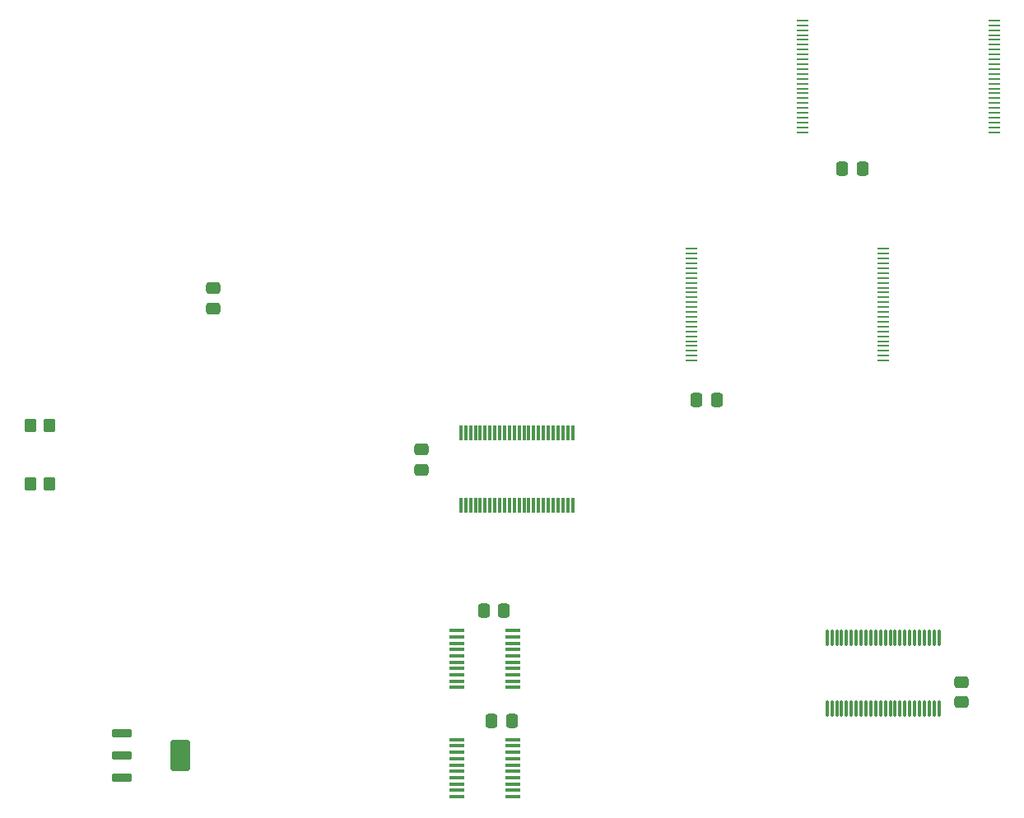
<source format=gbr>
%TF.GenerationSoftware,KiCad,Pcbnew,9.0.6*%
%TF.CreationDate,2026-01-11T15:54:29-07:00*%
%TF.ProjectId,PCRAMXpander,50435241-4d58-4706-916e-6465722e6b69,rev?*%
%TF.SameCoordinates,Original*%
%TF.FileFunction,Paste,Top*%
%TF.FilePolarity,Positive*%
%FSLAX46Y46*%
G04 Gerber Fmt 4.6, Leading zero omitted, Abs format (unit mm)*
G04 Created by KiCad (PCBNEW 9.0.6) date 2026-01-11 15:54:29*
%MOMM*%
%LPD*%
G01*
G04 APERTURE LIST*
G04 Aperture macros list*
%AMRoundRect*
0 Rectangle with rounded corners*
0 $1 Rounding radius*
0 $2 $3 $4 $5 $6 $7 $8 $9 X,Y pos of 4 corners*
0 Add a 4 corners polygon primitive as box body*
4,1,4,$2,$3,$4,$5,$6,$7,$8,$9,$2,$3,0*
0 Add four circle primitives for the rounded corners*
1,1,$1+$1,$2,$3*
1,1,$1+$1,$4,$5*
1,1,$1+$1,$6,$7*
1,1,$1+$1,$8,$9*
0 Add four rect primitives between the rounded corners*
20,1,$1+$1,$2,$3,$4,$5,0*
20,1,$1+$1,$4,$5,$6,$7,0*
20,1,$1+$1,$6,$7,$8,$9,0*
20,1,$1+$1,$8,$9,$2,$3,0*%
G04 Aperture macros list end*
%ADD10RoundRect,0.035000X-0.105000X0.750000X-0.105000X-0.750000X0.105000X-0.750000X0.105000X0.750000X0*%
%ADD11RoundRect,0.250000X0.337500X0.475000X-0.337500X0.475000X-0.337500X-0.475000X0.337500X-0.475000X0*%
%ADD12RoundRect,0.250000X0.350000X0.450000X-0.350000X0.450000X-0.350000X-0.450000X0.350000X-0.450000X0*%
%ADD13RoundRect,0.116250X-0.873750X-0.348750X0.873750X-0.348750X0.873750X0.348750X-0.873750X0.348750X0*%
%ADD14RoundRect,0.247500X-0.742500X-1.367500X0.742500X-1.367500X0.742500X1.367500X-0.742500X1.367500X0*%
%ADD15O,0.299999X1.749999*%
%ADD16RoundRect,0.250000X-0.350000X-0.450000X0.350000X-0.450000X0.350000X0.450000X-0.350000X0.450000X0*%
%ADD17R,1.206500X0.279400*%
%ADD18RoundRect,0.250000X-0.475000X0.337500X-0.475000X-0.337500X0.475000X-0.337500X0.475000X0.337500X0*%
%ADD19RoundRect,0.051250X-0.733750X-0.153750X0.733750X-0.153750X0.733750X0.153750X-0.733750X0.153750X0*%
%ADD20RoundRect,0.250000X-0.337500X-0.475000X0.337500X-0.475000X0.337500X0.475000X-0.337500X0.475000X0*%
%ADD21RoundRect,0.250000X0.475000X-0.337500X0.475000X0.337500X-0.475000X0.337500X-0.475000X-0.337500X0*%
G04 APERTURE END LIST*
D10*
%TO.C,U2*%
X122082000Y-100166000D03*
X121582000Y-100166000D03*
X121082000Y-100166000D03*
X120582000Y-100166000D03*
X120082000Y-100166000D03*
X119582000Y-100166000D03*
X119082000Y-100166000D03*
X118582000Y-100166000D03*
X118082000Y-100166000D03*
X117582000Y-100166000D03*
X117082000Y-100166000D03*
X116582000Y-100166000D03*
X116082000Y-100166000D03*
X115582000Y-100166000D03*
X115082000Y-100166000D03*
X114582000Y-100166000D03*
X114082000Y-100166000D03*
X113582000Y-100166000D03*
X113082000Y-100166000D03*
X112582000Y-100166000D03*
X112082000Y-100166000D03*
X111582000Y-100166000D03*
X111082000Y-100166000D03*
X110582000Y-100166000D03*
X110582000Y-107606000D03*
X111082000Y-107606000D03*
X111582000Y-107606000D03*
X112082000Y-107606000D03*
X112582000Y-107606000D03*
X113082000Y-107606000D03*
X113582000Y-107606000D03*
X114082000Y-107606000D03*
X114582000Y-107606000D03*
X115082000Y-107606000D03*
X115582000Y-107606000D03*
X116082000Y-107606000D03*
X116582000Y-107606000D03*
X117082000Y-107606000D03*
X117582000Y-107606000D03*
X118082000Y-107606000D03*
X118582000Y-107606000D03*
X119082000Y-107606000D03*
X119582000Y-107606000D03*
X120082000Y-107606000D03*
X120582000Y-107606000D03*
X121082000Y-107606000D03*
X121582000Y-107606000D03*
X122082000Y-107606000D03*
%TD*%
D11*
%TO.C,C7*%
X115845500Y-129844800D03*
X113770500Y-129844800D03*
%TD*%
D12*
%TO.C,R2*%
X68294000Y-105410000D03*
X66294000Y-105410000D03*
%TD*%
D13*
%TO.C,VR1*%
X75725000Y-131050000D03*
X75725000Y-133350000D03*
X75725000Y-135650000D03*
D14*
X81755000Y-133350000D03*
%TD*%
D15*
%TO.C,U3*%
X159753499Y-121255999D03*
X159253500Y-121255999D03*
X158753499Y-121255999D03*
X158253500Y-121255999D03*
X157753498Y-121255999D03*
X157253499Y-121255999D03*
X156753500Y-121255999D03*
X156253499Y-121255999D03*
X155753500Y-121255999D03*
X155253498Y-121255999D03*
X154753499Y-121255999D03*
X154253500Y-121255999D03*
X153753498Y-121255999D03*
X153253500Y-121255999D03*
X152753498Y-121255999D03*
X152253499Y-121255999D03*
X151753500Y-121255999D03*
X151253498Y-121255999D03*
X150753499Y-121255999D03*
X150253500Y-121255999D03*
X149753499Y-121255999D03*
X149253500Y-121255999D03*
X148753498Y-121255999D03*
X148253499Y-121255999D03*
X148253499Y-128506000D03*
X148753498Y-128506000D03*
X149253500Y-128506000D03*
X149753499Y-128506000D03*
X150253500Y-128506000D03*
X150753499Y-128506000D03*
X151253498Y-128506000D03*
X151753500Y-128506000D03*
X152253499Y-128506000D03*
X152753498Y-128506000D03*
X153253500Y-128506000D03*
X153753498Y-128506000D03*
X154253500Y-128506000D03*
X154753499Y-128506000D03*
X155253498Y-128506000D03*
X155753500Y-128506000D03*
X156253499Y-128506000D03*
X156753500Y-128506000D03*
X157253499Y-128506000D03*
X157753498Y-128506000D03*
X158253500Y-128506000D03*
X158753499Y-128506000D03*
X159253500Y-128506000D03*
X159753499Y-128506000D03*
%TD*%
D16*
%TO.C,R1*%
X66294000Y-99425000D03*
X68294000Y-99425000D03*
%TD*%
D17*
%TO.C,U5*%
X165423850Y-69249999D03*
X165423850Y-68750000D03*
X165423850Y-68250001D03*
X165423850Y-67749999D03*
X165423850Y-67250000D03*
X165423850Y-66750001D03*
X165423850Y-66250000D03*
X165423850Y-65750001D03*
X165423850Y-65249999D03*
X165423850Y-64750000D03*
X165423850Y-64250001D03*
X165423850Y-63750000D03*
X165423850Y-63250000D03*
X165423850Y-62749999D03*
X165423850Y-62250000D03*
X165423850Y-61750001D03*
X165423850Y-61249999D03*
X165423850Y-60750000D03*
X165423850Y-60249999D03*
X165423850Y-59750000D03*
X165423850Y-59250001D03*
X165423850Y-58749999D03*
X165423850Y-58250000D03*
X165423850Y-57749999D03*
X145726150Y-57750001D03*
X145726150Y-58250000D03*
X145726150Y-58749999D03*
X145726150Y-59250001D03*
X145726150Y-59750000D03*
X145726150Y-60250001D03*
X145726150Y-60750000D03*
X145726150Y-61249999D03*
X145726150Y-61750001D03*
X145726150Y-62250000D03*
X145726150Y-62750002D03*
X145726150Y-63250000D03*
X145726150Y-63750000D03*
X145726150Y-64250001D03*
X145726150Y-64750000D03*
X145726150Y-65249999D03*
X145726150Y-65750001D03*
X145726150Y-66250000D03*
X145726150Y-66750001D03*
X145726150Y-67250000D03*
X145726150Y-67749999D03*
X145726150Y-68250001D03*
X145726150Y-68750000D03*
X145726150Y-69250001D03*
%TD*%
D18*
%TO.C,C1*%
X85090000Y-85322500D03*
X85090000Y-87397500D03*
%TD*%
D11*
%TO.C,C5*%
X151913500Y-73025000D03*
X149838500Y-73025000D03*
%TD*%
D18*
%TO.C,C2*%
X106502200Y-101883300D03*
X106502200Y-103958300D03*
%TD*%
D17*
%TO.C,U6*%
X153993850Y-92744999D03*
X153993850Y-92245000D03*
X153993850Y-91745001D03*
X153993850Y-91244999D03*
X153993850Y-90745000D03*
X153993850Y-90245001D03*
X153993850Y-89745000D03*
X153993850Y-89245001D03*
X153993850Y-88744999D03*
X153993850Y-88245000D03*
X153993850Y-87745001D03*
X153993850Y-87245000D03*
X153993850Y-86745000D03*
X153993850Y-86244999D03*
X153993850Y-85745000D03*
X153993850Y-85245001D03*
X153993850Y-84744999D03*
X153993850Y-84245000D03*
X153993850Y-83744999D03*
X153993850Y-83245000D03*
X153993850Y-82745001D03*
X153993850Y-82244999D03*
X153993850Y-81745000D03*
X153993850Y-81244999D03*
X134296150Y-81245001D03*
X134296150Y-81745000D03*
X134296150Y-82244999D03*
X134296150Y-82745001D03*
X134296150Y-83245000D03*
X134296150Y-83745001D03*
X134296150Y-84245000D03*
X134296150Y-84744999D03*
X134296150Y-85245001D03*
X134296150Y-85745000D03*
X134296150Y-86245002D03*
X134296150Y-86745000D03*
X134296150Y-87245000D03*
X134296150Y-87745001D03*
X134296150Y-88245000D03*
X134296150Y-88744999D03*
X134296150Y-89245001D03*
X134296150Y-89745000D03*
X134296150Y-90245001D03*
X134296150Y-90745000D03*
X134296150Y-91244999D03*
X134296150Y-91745001D03*
X134296150Y-92245000D03*
X134296150Y-92745001D03*
%TD*%
D19*
%TO.C,U7*%
X110211000Y-131745800D03*
X110211000Y-132395800D03*
X110211000Y-133045800D03*
X110211000Y-133695800D03*
X110211000Y-134345800D03*
X110211000Y-134995800D03*
X110211000Y-135645800D03*
X110211000Y-136295800D03*
X110211000Y-136945800D03*
X110211000Y-137595800D03*
X115951000Y-137595800D03*
X115951000Y-136945800D03*
X115951000Y-136295800D03*
X115951000Y-135645800D03*
X115951000Y-134995800D03*
X115951000Y-134345800D03*
X115951000Y-133695800D03*
X115951000Y-133045800D03*
X115951000Y-132395800D03*
X115951000Y-131745800D03*
%TD*%
D20*
%TO.C,C6*%
X134852500Y-96774000D03*
X136927500Y-96774000D03*
%TD*%
D19*
%TO.C,U4*%
X110211000Y-120533400D03*
X110211000Y-121183400D03*
X110211000Y-121833400D03*
X110211000Y-122483400D03*
X110211000Y-123133400D03*
X110211000Y-123783400D03*
X110211000Y-124433400D03*
X110211000Y-125083400D03*
X110211000Y-125733400D03*
X110211000Y-126383400D03*
X115951000Y-126383400D03*
X115951000Y-125733400D03*
X115951000Y-125083400D03*
X115951000Y-124433400D03*
X115951000Y-123783400D03*
X115951000Y-123133400D03*
X115951000Y-122483400D03*
X115951000Y-121833400D03*
X115951000Y-121183400D03*
X115951000Y-120533400D03*
%TD*%
D11*
%TO.C,C4*%
X115007300Y-118501400D03*
X112932300Y-118501400D03*
%TD*%
D21*
%TO.C,C3*%
X162052000Y-127910500D03*
X162052000Y-125835500D03*
%TD*%
M02*

</source>
